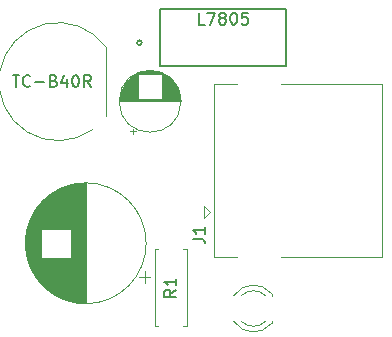
<source format=gbr>
%TF.GenerationSoftware,KiCad,Pcbnew,8.0.1*%
%TF.CreationDate,2025-01-11T03:08:54+01:00*%
%TF.ProjectId,Verteilerplatine,56657274-6569-46c6-9572-706c6174696e,rev?*%
%TF.SameCoordinates,Original*%
%TF.FileFunction,Legend,Top*%
%TF.FilePolarity,Positive*%
%FSLAX46Y46*%
G04 Gerber Fmt 4.6, Leading zero omitted, Abs format (unit mm)*
G04 Created by KiCad (PCBNEW 8.0.1) date 2025-01-11 03:08:54*
%MOMM*%
%LPD*%
G01*
G04 APERTURE LIST*
%ADD10C,0.150000*%
%ADD11C,0.152400*%
%ADD12C,0.120000*%
G04 APERTURE END LIST*
D10*
X149864761Y-84954819D02*
X149388571Y-84954819D01*
X149388571Y-84954819D02*
X149388571Y-83954819D01*
X150102857Y-83954819D02*
X150769523Y-83954819D01*
X150769523Y-83954819D02*
X150340952Y-84954819D01*
X151293333Y-84383390D02*
X151198095Y-84335771D01*
X151198095Y-84335771D02*
X151150476Y-84288152D01*
X151150476Y-84288152D02*
X151102857Y-84192914D01*
X151102857Y-84192914D02*
X151102857Y-84145295D01*
X151102857Y-84145295D02*
X151150476Y-84050057D01*
X151150476Y-84050057D02*
X151198095Y-84002438D01*
X151198095Y-84002438D02*
X151293333Y-83954819D01*
X151293333Y-83954819D02*
X151483809Y-83954819D01*
X151483809Y-83954819D02*
X151579047Y-84002438D01*
X151579047Y-84002438D02*
X151626666Y-84050057D01*
X151626666Y-84050057D02*
X151674285Y-84145295D01*
X151674285Y-84145295D02*
X151674285Y-84192914D01*
X151674285Y-84192914D02*
X151626666Y-84288152D01*
X151626666Y-84288152D02*
X151579047Y-84335771D01*
X151579047Y-84335771D02*
X151483809Y-84383390D01*
X151483809Y-84383390D02*
X151293333Y-84383390D01*
X151293333Y-84383390D02*
X151198095Y-84431009D01*
X151198095Y-84431009D02*
X151150476Y-84478628D01*
X151150476Y-84478628D02*
X151102857Y-84573866D01*
X151102857Y-84573866D02*
X151102857Y-84764342D01*
X151102857Y-84764342D02*
X151150476Y-84859580D01*
X151150476Y-84859580D02*
X151198095Y-84907200D01*
X151198095Y-84907200D02*
X151293333Y-84954819D01*
X151293333Y-84954819D02*
X151483809Y-84954819D01*
X151483809Y-84954819D02*
X151579047Y-84907200D01*
X151579047Y-84907200D02*
X151626666Y-84859580D01*
X151626666Y-84859580D02*
X151674285Y-84764342D01*
X151674285Y-84764342D02*
X151674285Y-84573866D01*
X151674285Y-84573866D02*
X151626666Y-84478628D01*
X151626666Y-84478628D02*
X151579047Y-84431009D01*
X151579047Y-84431009D02*
X151483809Y-84383390D01*
X152293333Y-83954819D02*
X152388571Y-83954819D01*
X152388571Y-83954819D02*
X152483809Y-84002438D01*
X152483809Y-84002438D02*
X152531428Y-84050057D01*
X152531428Y-84050057D02*
X152579047Y-84145295D01*
X152579047Y-84145295D02*
X152626666Y-84335771D01*
X152626666Y-84335771D02*
X152626666Y-84573866D01*
X152626666Y-84573866D02*
X152579047Y-84764342D01*
X152579047Y-84764342D02*
X152531428Y-84859580D01*
X152531428Y-84859580D02*
X152483809Y-84907200D01*
X152483809Y-84907200D02*
X152388571Y-84954819D01*
X152388571Y-84954819D02*
X152293333Y-84954819D01*
X152293333Y-84954819D02*
X152198095Y-84907200D01*
X152198095Y-84907200D02*
X152150476Y-84859580D01*
X152150476Y-84859580D02*
X152102857Y-84764342D01*
X152102857Y-84764342D02*
X152055238Y-84573866D01*
X152055238Y-84573866D02*
X152055238Y-84335771D01*
X152055238Y-84335771D02*
X152102857Y-84145295D01*
X152102857Y-84145295D02*
X152150476Y-84050057D01*
X152150476Y-84050057D02*
X152198095Y-84002438D01*
X152198095Y-84002438D02*
X152293333Y-83954819D01*
X153531428Y-83954819D02*
X153055238Y-83954819D01*
X153055238Y-83954819D02*
X153007619Y-84431009D01*
X153007619Y-84431009D02*
X153055238Y-84383390D01*
X153055238Y-84383390D02*
X153150476Y-84335771D01*
X153150476Y-84335771D02*
X153388571Y-84335771D01*
X153388571Y-84335771D02*
X153483809Y-84383390D01*
X153483809Y-84383390D02*
X153531428Y-84431009D01*
X153531428Y-84431009D02*
X153579047Y-84526247D01*
X153579047Y-84526247D02*
X153579047Y-84764342D01*
X153579047Y-84764342D02*
X153531428Y-84859580D01*
X153531428Y-84859580D02*
X153483809Y-84907200D01*
X153483809Y-84907200D02*
X153388571Y-84954819D01*
X153388571Y-84954819D02*
X153150476Y-84954819D01*
X153150476Y-84954819D02*
X153055238Y-84907200D01*
X153055238Y-84907200D02*
X153007619Y-84859580D01*
X148894819Y-103103333D02*
X149609104Y-103103333D01*
X149609104Y-103103333D02*
X149751961Y-103150952D01*
X149751961Y-103150952D02*
X149847200Y-103246190D01*
X149847200Y-103246190D02*
X149894819Y-103389047D01*
X149894819Y-103389047D02*
X149894819Y-103484285D01*
X149894819Y-102103333D02*
X149894819Y-102674761D01*
X149894819Y-102389047D02*
X148894819Y-102389047D01*
X148894819Y-102389047D02*
X149037676Y-102484285D01*
X149037676Y-102484285D02*
X149132914Y-102579523D01*
X149132914Y-102579523D02*
X149180533Y-102674761D01*
X133617857Y-89239819D02*
X134189285Y-89239819D01*
X133903571Y-90239819D02*
X133903571Y-89239819D01*
X135094047Y-90144580D02*
X135046428Y-90192200D01*
X135046428Y-90192200D02*
X134903571Y-90239819D01*
X134903571Y-90239819D02*
X134808333Y-90239819D01*
X134808333Y-90239819D02*
X134665476Y-90192200D01*
X134665476Y-90192200D02*
X134570238Y-90096961D01*
X134570238Y-90096961D02*
X134522619Y-90001723D01*
X134522619Y-90001723D02*
X134475000Y-89811247D01*
X134475000Y-89811247D02*
X134475000Y-89668390D01*
X134475000Y-89668390D02*
X134522619Y-89477914D01*
X134522619Y-89477914D02*
X134570238Y-89382676D01*
X134570238Y-89382676D02*
X134665476Y-89287438D01*
X134665476Y-89287438D02*
X134808333Y-89239819D01*
X134808333Y-89239819D02*
X134903571Y-89239819D01*
X134903571Y-89239819D02*
X135046428Y-89287438D01*
X135046428Y-89287438D02*
X135094047Y-89335057D01*
X135522619Y-89858866D02*
X136284524Y-89858866D01*
X137094047Y-89716009D02*
X137236904Y-89763628D01*
X137236904Y-89763628D02*
X137284523Y-89811247D01*
X137284523Y-89811247D02*
X137332142Y-89906485D01*
X137332142Y-89906485D02*
X137332142Y-90049342D01*
X137332142Y-90049342D02*
X137284523Y-90144580D01*
X137284523Y-90144580D02*
X137236904Y-90192200D01*
X137236904Y-90192200D02*
X137141666Y-90239819D01*
X137141666Y-90239819D02*
X136760714Y-90239819D01*
X136760714Y-90239819D02*
X136760714Y-89239819D01*
X136760714Y-89239819D02*
X137094047Y-89239819D01*
X137094047Y-89239819D02*
X137189285Y-89287438D01*
X137189285Y-89287438D02*
X137236904Y-89335057D01*
X137236904Y-89335057D02*
X137284523Y-89430295D01*
X137284523Y-89430295D02*
X137284523Y-89525533D01*
X137284523Y-89525533D02*
X137236904Y-89620771D01*
X137236904Y-89620771D02*
X137189285Y-89668390D01*
X137189285Y-89668390D02*
X137094047Y-89716009D01*
X137094047Y-89716009D02*
X136760714Y-89716009D01*
X138189285Y-89573152D02*
X138189285Y-90239819D01*
X137951190Y-89192200D02*
X137713095Y-89906485D01*
X137713095Y-89906485D02*
X138332142Y-89906485D01*
X138903571Y-89239819D02*
X138998809Y-89239819D01*
X138998809Y-89239819D02*
X139094047Y-89287438D01*
X139094047Y-89287438D02*
X139141666Y-89335057D01*
X139141666Y-89335057D02*
X139189285Y-89430295D01*
X139189285Y-89430295D02*
X139236904Y-89620771D01*
X139236904Y-89620771D02*
X139236904Y-89858866D01*
X139236904Y-89858866D02*
X139189285Y-90049342D01*
X139189285Y-90049342D02*
X139141666Y-90144580D01*
X139141666Y-90144580D02*
X139094047Y-90192200D01*
X139094047Y-90192200D02*
X138998809Y-90239819D01*
X138998809Y-90239819D02*
X138903571Y-90239819D01*
X138903571Y-90239819D02*
X138808333Y-90192200D01*
X138808333Y-90192200D02*
X138760714Y-90144580D01*
X138760714Y-90144580D02*
X138713095Y-90049342D01*
X138713095Y-90049342D02*
X138665476Y-89858866D01*
X138665476Y-89858866D02*
X138665476Y-89620771D01*
X138665476Y-89620771D02*
X138713095Y-89430295D01*
X138713095Y-89430295D02*
X138760714Y-89335057D01*
X138760714Y-89335057D02*
X138808333Y-89287438D01*
X138808333Y-89287438D02*
X138903571Y-89239819D01*
X140236904Y-90239819D02*
X139903571Y-89763628D01*
X139665476Y-90239819D02*
X139665476Y-89239819D01*
X139665476Y-89239819D02*
X140046428Y-89239819D01*
X140046428Y-89239819D02*
X140141666Y-89287438D01*
X140141666Y-89287438D02*
X140189285Y-89335057D01*
X140189285Y-89335057D02*
X140236904Y-89430295D01*
X140236904Y-89430295D02*
X140236904Y-89573152D01*
X140236904Y-89573152D02*
X140189285Y-89668390D01*
X140189285Y-89668390D02*
X140141666Y-89716009D01*
X140141666Y-89716009D02*
X140046428Y-89763628D01*
X140046428Y-89763628D02*
X139665476Y-89763628D01*
X147454819Y-107416666D02*
X146978628Y-107749999D01*
X147454819Y-107988094D02*
X146454819Y-107988094D01*
X146454819Y-107988094D02*
X146454819Y-107607142D01*
X146454819Y-107607142D02*
X146502438Y-107511904D01*
X146502438Y-107511904D02*
X146550057Y-107464285D01*
X146550057Y-107464285D02*
X146645295Y-107416666D01*
X146645295Y-107416666D02*
X146788152Y-107416666D01*
X146788152Y-107416666D02*
X146883390Y-107464285D01*
X146883390Y-107464285D02*
X146931009Y-107511904D01*
X146931009Y-107511904D02*
X146978628Y-107607142D01*
X146978628Y-107607142D02*
X146978628Y-107988094D01*
X147454819Y-106464285D02*
X147454819Y-107035713D01*
X147454819Y-106749999D02*
X146454819Y-106749999D01*
X146454819Y-106749999D02*
X146597676Y-106845237D01*
X146597676Y-106845237D02*
X146692914Y-106940475D01*
X146692914Y-106940475D02*
X146740533Y-107035713D01*
D11*
%TO.C,L7805*%
X146126000Y-83642500D02*
X146126000Y-88493900D01*
X146126000Y-88493900D02*
X156794000Y-88493900D01*
X156794000Y-83642500D02*
X146126000Y-83642500D01*
X156794000Y-88493900D02*
X156794000Y-83642500D01*
X144551200Y-86500000D02*
G75*
G02*
X144144800Y-86500000I-203200J0D01*
G01*
X144144800Y-86500000D02*
G75*
G02*
X144551200Y-86500000I203200J0D01*
G01*
D12*
%TO.C,Cout1*%
X139720000Y-108555000D02*
X139720000Y-98395000D01*
X139760000Y-108555000D02*
X139760000Y-98395000D01*
X139800000Y-108555000D02*
X139800000Y-98395000D01*
X139680000Y-108554000D02*
X139680000Y-98396000D01*
X139640000Y-108553000D02*
X139640000Y-98397000D01*
X139600000Y-108552000D02*
X139600000Y-98398000D01*
X139560000Y-108550000D02*
X139560000Y-98400000D01*
X139520000Y-108548000D02*
X139520000Y-98402000D01*
X139480000Y-108545000D02*
X139480000Y-98405000D01*
X139440000Y-108543000D02*
X139440000Y-98407000D01*
X139400000Y-108540000D02*
X139400000Y-98410000D01*
X139360000Y-108537000D02*
X139360000Y-98413000D01*
X139320000Y-108533000D02*
X139320000Y-98417000D01*
X139280000Y-108529000D02*
X139280000Y-98421000D01*
X139240000Y-108525000D02*
X139240000Y-98425000D01*
X139200000Y-108520000D02*
X139200000Y-98430000D01*
X139160000Y-108515000D02*
X139160000Y-98435000D01*
X139120000Y-108510000D02*
X139120000Y-98440000D01*
X139079000Y-108505000D02*
X139079000Y-98445000D01*
X139039000Y-108499000D02*
X139039000Y-98451000D01*
X138999000Y-108493000D02*
X138999000Y-98457000D01*
X138959000Y-108486000D02*
X138959000Y-98464000D01*
X138919000Y-108479000D02*
X138919000Y-98471000D01*
X138879000Y-108472000D02*
X138879000Y-98478000D01*
X138839000Y-108465000D02*
X138839000Y-98485000D01*
X138799000Y-108457000D02*
X138799000Y-98493000D01*
X138759000Y-108449000D02*
X138759000Y-98501000D01*
X138719000Y-108440000D02*
X138719000Y-98510000D01*
X138679000Y-108431000D02*
X138679000Y-98519000D01*
X138639000Y-108422000D02*
X138639000Y-98528000D01*
X138599000Y-108413000D02*
X138599000Y-98537000D01*
X138559000Y-108403000D02*
X138559000Y-98547000D01*
X138519000Y-108393000D02*
X138519000Y-104716000D01*
X138479000Y-108382000D02*
X138479000Y-104716000D01*
X138439000Y-108372000D02*
X138439000Y-104716000D01*
X138399000Y-108360000D02*
X138399000Y-104716000D01*
X138359000Y-108349000D02*
X138359000Y-104716000D01*
X138319000Y-108337000D02*
X138319000Y-104716000D01*
X138279000Y-108325000D02*
X138279000Y-104716000D01*
X138239000Y-108312000D02*
X138239000Y-104716000D01*
X138199000Y-108299000D02*
X138199000Y-104716000D01*
X138159000Y-108286000D02*
X138159000Y-104716000D01*
X138119000Y-108272000D02*
X138119000Y-104716000D01*
X138079000Y-108258000D02*
X138079000Y-104716000D01*
X138039000Y-108243000D02*
X138039000Y-104716000D01*
X137999000Y-108229000D02*
X137999000Y-104716000D01*
X137959000Y-108213000D02*
X137959000Y-104716000D01*
X137919000Y-108198000D02*
X137919000Y-104716000D01*
X137879000Y-108182000D02*
X137879000Y-104716000D01*
X137839000Y-108165000D02*
X137839000Y-104716000D01*
X137799000Y-108149000D02*
X137799000Y-104716000D01*
X137759000Y-108132000D02*
X137759000Y-104716000D01*
X137719000Y-108114000D02*
X137719000Y-104716000D01*
X137679000Y-108096000D02*
X137679000Y-104716000D01*
X137639000Y-108078000D02*
X137639000Y-104716000D01*
X137599000Y-108059000D02*
X137599000Y-104716000D01*
X137559000Y-108039000D02*
X137559000Y-104716000D01*
X137519000Y-108020000D02*
X137519000Y-104716000D01*
X137479000Y-108000000D02*
X137479000Y-104716000D01*
X137439000Y-107979000D02*
X137439000Y-104716000D01*
X137399000Y-107958000D02*
X137399000Y-104716000D01*
X137359000Y-107937000D02*
X137359000Y-104716000D01*
X137319000Y-107915000D02*
X137319000Y-104716000D01*
X137279000Y-107892000D02*
X137279000Y-104716000D01*
X137239000Y-107870000D02*
X137239000Y-104716000D01*
X137199000Y-107846000D02*
X137199000Y-104716000D01*
X137159000Y-107822000D02*
X137159000Y-104716000D01*
X137119000Y-107798000D02*
X137119000Y-104716000D01*
X137079000Y-107773000D02*
X137079000Y-104716000D01*
X137039000Y-107748000D02*
X137039000Y-104716000D01*
X136999000Y-107722000D02*
X136999000Y-104716000D01*
X136959000Y-107696000D02*
X136959000Y-104716000D01*
X136919000Y-107669000D02*
X136919000Y-104716000D01*
X136879000Y-107641000D02*
X136879000Y-104716000D01*
X136839000Y-107613000D02*
X136839000Y-104716000D01*
X136799000Y-107585000D02*
X136799000Y-104716000D01*
X136759000Y-107555000D02*
X136759000Y-104716000D01*
X136719000Y-107525000D02*
X136719000Y-104716000D01*
X136679000Y-107495000D02*
X136679000Y-104716000D01*
X136639000Y-107464000D02*
X136639000Y-104716000D01*
X136599000Y-107432000D02*
X136599000Y-104716000D01*
X136559000Y-107400000D02*
X136559000Y-104716000D01*
X136519000Y-107367000D02*
X136519000Y-104716000D01*
X136479000Y-107333000D02*
X136479000Y-104716000D01*
X136439000Y-107299000D02*
X136439000Y-104716000D01*
X136399000Y-107264000D02*
X136399000Y-104716000D01*
X136359000Y-107228000D02*
X136359000Y-104716000D01*
X136319000Y-107191000D02*
X136319000Y-104716000D01*
X136279000Y-107154000D02*
X136279000Y-104716000D01*
X136239000Y-107115000D02*
X136239000Y-104716000D01*
X136199000Y-107076000D02*
X136199000Y-104716000D01*
X136159000Y-107036000D02*
X136159000Y-104716000D01*
X136119000Y-106995000D02*
X136119000Y-104716000D01*
X136079000Y-106953000D02*
X136079000Y-104716000D01*
X136039000Y-106911000D02*
X136039000Y-100039000D01*
X135999000Y-106867000D02*
X135999000Y-100083000D01*
X144779646Y-106850000D02*
X144779646Y-105850000D01*
X135959000Y-106822000D02*
X135959000Y-100128000D01*
X135919000Y-106776000D02*
X135919000Y-100174000D01*
X135879000Y-106729000D02*
X135879000Y-100221000D01*
X135839000Y-106681000D02*
X135839000Y-100269000D01*
X135799000Y-106631000D02*
X135799000Y-100319000D01*
X135759000Y-106581000D02*
X135759000Y-100369000D01*
X135719000Y-106529000D02*
X135719000Y-100421000D01*
X135679000Y-106475000D02*
X135679000Y-100475000D01*
X135639000Y-106420000D02*
X135639000Y-100530000D01*
X135599000Y-106364000D02*
X135599000Y-100586000D01*
X145279646Y-106350000D02*
X144279646Y-106350000D01*
X135559000Y-106305000D02*
X135559000Y-100645000D01*
X135519000Y-106245000D02*
X135519000Y-100705000D01*
X135479000Y-106184000D02*
X135479000Y-100766000D01*
X135439000Y-106120000D02*
X135439000Y-100830000D01*
X135399000Y-106054000D02*
X135399000Y-100896000D01*
X135359000Y-105985000D02*
X135359000Y-100965000D01*
X135319000Y-105914000D02*
X135319000Y-101036000D01*
X135279000Y-105840000D02*
X135279000Y-101110000D01*
X135239000Y-105764000D02*
X135239000Y-101186000D01*
X135199000Y-105684000D02*
X135199000Y-101266000D01*
X135159000Y-105600000D02*
X135159000Y-101350000D01*
X135119000Y-105512000D02*
X135119000Y-101438000D01*
X135079000Y-105419000D02*
X135079000Y-101531000D01*
X135039000Y-105321000D02*
X135039000Y-101629000D01*
X134999000Y-105217000D02*
X134999000Y-101733000D01*
X134959000Y-105105000D02*
X134959000Y-101845000D01*
X134919000Y-104985000D02*
X134919000Y-101965000D01*
X134879000Y-104853000D02*
X134879000Y-102097000D01*
X134839000Y-104705000D02*
X134839000Y-102245000D01*
X134799000Y-104537000D02*
X134799000Y-102413000D01*
X134759000Y-104337000D02*
X134759000Y-102613000D01*
X134719000Y-104074000D02*
X134719000Y-102876000D01*
X136079000Y-102234000D02*
X136079000Y-99997000D01*
X136119000Y-102234000D02*
X136119000Y-99955000D01*
X136159000Y-102234000D02*
X136159000Y-99914000D01*
X136199000Y-102234000D02*
X136199000Y-99874000D01*
X136239000Y-102234000D02*
X136239000Y-99835000D01*
X136279000Y-102234000D02*
X136279000Y-99796000D01*
X136319000Y-102234000D02*
X136319000Y-99759000D01*
X136359000Y-102234000D02*
X136359000Y-99722000D01*
X136399000Y-102234000D02*
X136399000Y-99686000D01*
X136439000Y-102234000D02*
X136439000Y-99651000D01*
X136479000Y-102234000D02*
X136479000Y-99617000D01*
X136519000Y-102234000D02*
X136519000Y-99583000D01*
X136559000Y-102234000D02*
X136559000Y-99550000D01*
X136599000Y-102234000D02*
X136599000Y-99518000D01*
X136639000Y-102234000D02*
X136639000Y-99486000D01*
X136679000Y-102234000D02*
X136679000Y-99455000D01*
X136719000Y-102234000D02*
X136719000Y-99425000D01*
X136759000Y-102234000D02*
X136759000Y-99395000D01*
X136799000Y-102234000D02*
X136799000Y-99365000D01*
X136839000Y-102234000D02*
X136839000Y-99337000D01*
X136879000Y-102234000D02*
X136879000Y-99309000D01*
X136919000Y-102234000D02*
X136919000Y-99281000D01*
X136959000Y-102234000D02*
X136959000Y-99254000D01*
X136999000Y-102234000D02*
X136999000Y-99228000D01*
X137039000Y-102234000D02*
X137039000Y-99202000D01*
X137079000Y-102234000D02*
X137079000Y-99177000D01*
X137119000Y-102234000D02*
X137119000Y-99152000D01*
X137159000Y-102234000D02*
X137159000Y-99128000D01*
X137199000Y-102234000D02*
X137199000Y-99104000D01*
X137239000Y-102234000D02*
X137239000Y-99080000D01*
X137279000Y-102234000D02*
X137279000Y-99058000D01*
X137319000Y-102234000D02*
X137319000Y-99035000D01*
X137359000Y-102234000D02*
X137359000Y-99013000D01*
X137399000Y-102234000D02*
X137399000Y-98992000D01*
X137439000Y-102234000D02*
X137439000Y-98971000D01*
X137479000Y-102234000D02*
X137479000Y-98950000D01*
X137519000Y-102234000D02*
X137519000Y-98930000D01*
X137559000Y-102234000D02*
X137559000Y-98911000D01*
X137599000Y-102234000D02*
X137599000Y-98891000D01*
X137639000Y-102234000D02*
X137639000Y-98872000D01*
X137679000Y-102234000D02*
X137679000Y-98854000D01*
X137719000Y-102234000D02*
X137719000Y-98836000D01*
X137759000Y-102234000D02*
X137759000Y-98818000D01*
X137799000Y-102234000D02*
X137799000Y-98801000D01*
X137839000Y-102234000D02*
X137839000Y-98785000D01*
X137879000Y-102234000D02*
X137879000Y-98768000D01*
X137919000Y-102234000D02*
X137919000Y-98752000D01*
X137959000Y-102234000D02*
X137959000Y-98737000D01*
X137999000Y-102234000D02*
X137999000Y-98721000D01*
X138039000Y-102234000D02*
X138039000Y-98707000D01*
X138079000Y-102234000D02*
X138079000Y-98692000D01*
X138119000Y-102234000D02*
X138119000Y-98678000D01*
X138159000Y-102234000D02*
X138159000Y-98664000D01*
X138199000Y-102234000D02*
X138199000Y-98651000D01*
X138239000Y-102234000D02*
X138239000Y-98638000D01*
X138279000Y-102234000D02*
X138279000Y-98625000D01*
X138319000Y-102234000D02*
X138319000Y-98613000D01*
X138359000Y-102234000D02*
X138359000Y-98601000D01*
X138399000Y-102234000D02*
X138399000Y-98590000D01*
X138439000Y-102234000D02*
X138439000Y-98578000D01*
X138479000Y-102234000D02*
X138479000Y-98568000D01*
X138519000Y-102234000D02*
X138519000Y-98557000D01*
X144920000Y-103475000D02*
G75*
G02*
X134680000Y-103475000I-5120000J0D01*
G01*
X134680000Y-103475000D02*
G75*
G02*
X144920000Y-103475000I5120000J0D01*
G01*
%TO.C,J1*%
X149790000Y-100320000D02*
X149790000Y-101320000D01*
X149790000Y-101320000D02*
X150290000Y-100820000D01*
X150290000Y-100820000D02*
X149790000Y-100320000D01*
X150670000Y-104680000D02*
X150670000Y-89960000D01*
X150670000Y-104680000D02*
X152650000Y-104680000D01*
X152650000Y-89960000D02*
X150670000Y-89960000D01*
X156350000Y-89960000D02*
X164890000Y-89960000D01*
X156350000Y-104680000D02*
X164890000Y-104680000D01*
X164890000Y-104680000D02*
X164890000Y-89960000D01*
%TO.C,D1*%
X155565000Y-107920000D02*
X155565000Y-107764000D01*
X155565000Y-110236000D02*
X155565000Y-110080000D01*
X152332666Y-107921392D02*
G75*
G02*
X155564999Y-107764485I1672334J-1078608D01*
G01*
X152963871Y-107920164D02*
G75*
G02*
X155045960Y-107920001I1041129J-1079836D01*
G01*
X155045960Y-110079999D02*
G75*
G02*
X152963871Y-110079836I-1040960J1079999D01*
G01*
X155564999Y-110235515D02*
G75*
G02*
X152332666Y-110078608I-1559999J1235515D01*
G01*
%TO.C,Cout3*%
X142670000Y-91415113D02*
X147830000Y-91415113D01*
X142670000Y-91455113D02*
X147830000Y-91455113D01*
X142671000Y-91375113D02*
X147829000Y-91375113D01*
X142672000Y-91335113D02*
X147828000Y-91335113D01*
X142674000Y-91295113D02*
X147826000Y-91295113D01*
X142677000Y-91255113D02*
X147823000Y-91255113D01*
X142681000Y-91215113D02*
X144210000Y-91215113D01*
X142685000Y-91175113D02*
X144210000Y-91175113D01*
X142689000Y-91135113D02*
X144210000Y-91135113D01*
X142694000Y-91095113D02*
X144210000Y-91095113D01*
X142700000Y-91055113D02*
X144210000Y-91055113D01*
X142707000Y-91015113D02*
X144210000Y-91015113D01*
X142714000Y-90975113D02*
X144210000Y-90975113D01*
X142722000Y-90935113D02*
X144210000Y-90935113D01*
X142730000Y-90895113D02*
X144210000Y-90895113D01*
X142739000Y-90855113D02*
X144210000Y-90855113D01*
X142749000Y-90815113D02*
X144210000Y-90815113D01*
X142759000Y-90775113D02*
X144210000Y-90775113D01*
X142770000Y-90734113D02*
X144210000Y-90734113D01*
X142782000Y-90694113D02*
X144210000Y-90694113D01*
X142795000Y-90654113D02*
X144210000Y-90654113D01*
X142808000Y-90614113D02*
X144210000Y-90614113D01*
X142822000Y-90574113D02*
X144210000Y-90574113D01*
X142836000Y-90534113D02*
X144210000Y-90534113D01*
X142852000Y-90494113D02*
X144210000Y-90494113D01*
X142868000Y-90454113D02*
X144210000Y-90454113D01*
X142885000Y-90414113D02*
X144210000Y-90414113D01*
X142902000Y-90374113D02*
X144210000Y-90374113D01*
X142921000Y-90334113D02*
X144210000Y-90334113D01*
X142940000Y-90294113D02*
X144210000Y-90294113D01*
X142960000Y-90254113D02*
X144210000Y-90254113D01*
X142982000Y-90214113D02*
X144210000Y-90214113D01*
X143003000Y-90174113D02*
X144210000Y-90174113D01*
X143026000Y-90134113D02*
X144210000Y-90134113D01*
X143050000Y-90094113D02*
X144210000Y-90094113D01*
X143075000Y-90054113D02*
X144210000Y-90054113D01*
X143101000Y-90014113D02*
X144210000Y-90014113D01*
X143128000Y-89974113D02*
X144210000Y-89974113D01*
X143155000Y-89934113D02*
X144210000Y-89934113D01*
X143185000Y-89894113D02*
X144210000Y-89894113D01*
X143215000Y-89854113D02*
X144210000Y-89854113D01*
X143246000Y-89814113D02*
X144210000Y-89814113D01*
X143279000Y-89774113D02*
X144210000Y-89774113D01*
X143313000Y-89734113D02*
X144210000Y-89734113D01*
X143349000Y-89694113D02*
X144210000Y-89694113D01*
X143386000Y-89654113D02*
X144210000Y-89654113D01*
X143424000Y-89614113D02*
X144210000Y-89614113D01*
X143465000Y-89574113D02*
X144210000Y-89574113D01*
X143507000Y-89534113D02*
X144210000Y-89534113D01*
X143525000Y-94009888D02*
X144025000Y-94009888D01*
X143551000Y-89494113D02*
X144210000Y-89494113D01*
X143597000Y-89454113D02*
X144210000Y-89454113D01*
X143645000Y-89414113D02*
X144210000Y-89414113D01*
X143696000Y-89374113D02*
X144210000Y-89374113D01*
X143750000Y-89334113D02*
X144210000Y-89334113D01*
X143775000Y-94259888D02*
X143775000Y-93759888D01*
X143807000Y-89294113D02*
X144210000Y-89294113D01*
X143867000Y-89254113D02*
X144210000Y-89254113D01*
X143931000Y-89214113D02*
X144210000Y-89214113D01*
X143999000Y-89174113D02*
X144210000Y-89174113D01*
X144072000Y-89134113D02*
X146428000Y-89134113D01*
X144152000Y-89094113D02*
X146348000Y-89094113D01*
X144239000Y-89054113D02*
X146261000Y-89054113D01*
X144335000Y-89014113D02*
X146165000Y-89014113D01*
X144445000Y-88974113D02*
X146055000Y-88974113D01*
X144573000Y-88934113D02*
X145927000Y-88934113D01*
X144732000Y-88894113D02*
X145768000Y-88894113D01*
X144966000Y-88854113D02*
X145534000Y-88854113D01*
X146290000Y-89174113D02*
X146501000Y-89174113D01*
X146290000Y-89214113D02*
X146569000Y-89214113D01*
X146290000Y-89254113D02*
X146633000Y-89254113D01*
X146290000Y-89294113D02*
X146693000Y-89294113D01*
X146290000Y-89334113D02*
X146750000Y-89334113D01*
X146290000Y-89374113D02*
X146804000Y-89374113D01*
X146290000Y-89414113D02*
X146855000Y-89414113D01*
X146290000Y-89454113D02*
X146903000Y-89454113D01*
X146290000Y-89494113D02*
X146949000Y-89494113D01*
X146290000Y-89534113D02*
X146993000Y-89534113D01*
X146290000Y-89574113D02*
X147035000Y-89574113D01*
X146290000Y-89614113D02*
X147076000Y-89614113D01*
X146290000Y-89654113D02*
X147114000Y-89654113D01*
X146290000Y-89694113D02*
X147151000Y-89694113D01*
X146290000Y-89734113D02*
X147187000Y-89734113D01*
X146290000Y-89774113D02*
X147221000Y-89774113D01*
X146290000Y-89814113D02*
X147254000Y-89814113D01*
X146290000Y-89854113D02*
X147285000Y-89854113D01*
X146290000Y-89894113D02*
X147315000Y-89894113D01*
X146290000Y-89934113D02*
X147345000Y-89934113D01*
X146290000Y-89974113D02*
X147372000Y-89974113D01*
X146290000Y-90014113D02*
X147399000Y-90014113D01*
X146290000Y-90054113D02*
X147425000Y-90054113D01*
X146290000Y-90094113D02*
X147450000Y-90094113D01*
X146290000Y-90134113D02*
X147474000Y-90134113D01*
X146290000Y-90174113D02*
X147497000Y-90174113D01*
X146290000Y-90214113D02*
X147518000Y-90214113D01*
X146290000Y-90254113D02*
X147540000Y-90254113D01*
X146290000Y-90294113D02*
X147560000Y-90294113D01*
X146290000Y-90334113D02*
X147579000Y-90334113D01*
X146290000Y-90374113D02*
X147598000Y-90374113D01*
X146290000Y-90414113D02*
X147615000Y-90414113D01*
X146290000Y-90454113D02*
X147632000Y-90454113D01*
X146290000Y-90494113D02*
X147648000Y-90494113D01*
X146290000Y-90534113D02*
X147664000Y-90534113D01*
X146290000Y-90574113D02*
X147678000Y-90574113D01*
X146290000Y-90614113D02*
X147692000Y-90614113D01*
X146290000Y-90654113D02*
X147705000Y-90654113D01*
X146290000Y-90694113D02*
X147718000Y-90694113D01*
X146290000Y-90734113D02*
X147730000Y-90734113D01*
X146290000Y-90775113D02*
X147741000Y-90775113D01*
X146290000Y-90815113D02*
X147751000Y-90815113D01*
X146290000Y-90855113D02*
X147761000Y-90855113D01*
X146290000Y-90895113D02*
X147770000Y-90895113D01*
X146290000Y-90935113D02*
X147778000Y-90935113D01*
X146290000Y-90975113D02*
X147786000Y-90975113D01*
X146290000Y-91015113D02*
X147793000Y-91015113D01*
X146290000Y-91055113D02*
X147800000Y-91055113D01*
X146290000Y-91095113D02*
X147806000Y-91095113D01*
X146290000Y-91135113D02*
X147811000Y-91135113D01*
X146290000Y-91175113D02*
X147815000Y-91175113D01*
X146290000Y-91215113D02*
X147819000Y-91215113D01*
X147870000Y-91455113D02*
G75*
G02*
X142630000Y-91455113I-2620000J0D01*
G01*
X142630000Y-91455113D02*
G75*
G02*
X147870000Y-91455113I2620000J0D01*
G01*
%TO.C,TC-B40R*%
X141524000Y-92711000D02*
X141524000Y-86869000D01*
X140381000Y-93854000D02*
G75*
G02*
X141524000Y-86869000I-2921000J4064000D01*
G01*
%TO.C,R1*%
X145630000Y-103980000D02*
X145630000Y-110520000D01*
X145630000Y-110520000D02*
X145960000Y-110520000D01*
X145960000Y-103980000D02*
X145630000Y-103980000D01*
X148040000Y-103980000D02*
X148370000Y-103980000D01*
X148370000Y-103980000D02*
X148370000Y-110520000D01*
X148370000Y-110520000D02*
X148040000Y-110520000D01*
%TD*%
M02*

</source>
